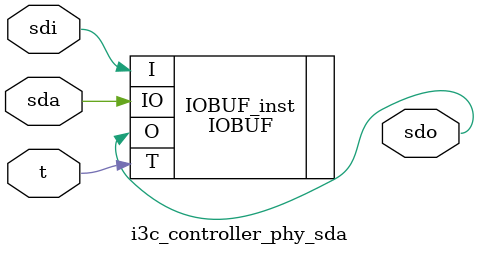
<source format=v>
/**
 * Tristate, p 'HIGH for push-pull SDA, and 'LOW for open-drain.
 */

`timescale 1ns/100ps
`default_nettype none

module i3c_controller_phy_sda #(
) (
  output wire sdo,
  input  wire sdi,
  input  wire t,
  inout  wire sda
);
  // TODO: Add Intel tristate primitive, select dependin on target.
  IOBUF #(
  ) IOBUF_inst (
     .O(sdo),
     .IO(sda),
     .I(sdi),
     .T(t)
  );
  // Same as, but sometimes Xilinx was not inferring IOBUF from this...
  //assign sda = ~t ? sdi : 1'bZ;
  //assign sdo = sda;
endmodule

</source>
